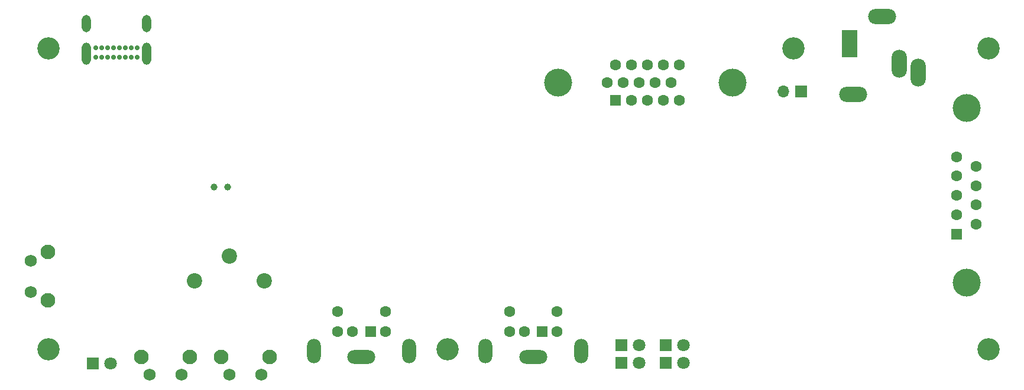
<source format=gbs>
G04 #@! TF.GenerationSoftware,KiCad,Pcbnew,9.0.2*
G04 #@! TF.CreationDate,2025-06-23T14:50:53+02:00*
G04 #@! TF.ProjectId,nTerm2-S FT231,6e546572-6d32-42d5-9320-46543233312e,0.10*
G04 #@! TF.SameCoordinates,Original*
G04 #@! TF.FileFunction,Soldermask,Bot*
G04 #@! TF.FilePolarity,Negative*
%FSLAX46Y46*%
G04 Gerber Fmt 4.6, Leading zero omitted, Abs format (unit mm)*
G04 Created by KiCad (PCBNEW 9.0.2) date 2025-06-23 14:50:53*
%MOMM*%
%LPD*%
G01*
G04 APERTURE LIST*
%ADD10C,3.200000*%
%ADD11C,1.750000*%
%ADD12C,2.100000*%
%ADD13R,1.700000X1.700000*%
%ADD14O,1.700000X1.700000*%
%ADD15R,1.600000X1.600000*%
%ADD16C,1.600000*%
%ADD17O,2.000000X3.500000*%
%ADD18O,4.000000X2.000000*%
%ADD19R,1.800000X1.800000*%
%ADD20C,1.800000*%
%ADD21C,0.700000*%
%ADD22O,1.300000X3.200000*%
%ADD23O,1.300000X2.500000*%
%ADD24C,2.200000*%
%ADD25C,4.000000*%
%ADD26O,2.200000X4.000000*%
%ADD27O,4.000000X2.200000*%
%ADD28R,2.200000X4.000000*%
%ADD29C,1.000000*%
G04 APERTURE END LIST*
D10*
X215076000Y-121498500D03*
X80456000Y-78318500D03*
D11*
X99506000Y-125172000D03*
X95006000Y-125172000D03*
D12*
X100756000Y-122682000D03*
X93746000Y-122682000D03*
D13*
X188295200Y-84582000D03*
D14*
X185755200Y-84582000D03*
D11*
X110936000Y-125172000D03*
X106436000Y-125172000D03*
D12*
X112186000Y-122682000D03*
X105176000Y-122682000D03*
D15*
X126616000Y-118958500D03*
D16*
X124016000Y-118958500D03*
X128716000Y-118958500D03*
X121916000Y-118958500D03*
X128716000Y-116158500D03*
X121916000Y-116158500D03*
D17*
X118466000Y-121808500D03*
D18*
X125316000Y-122608500D03*
D17*
X132166000Y-121808500D03*
D19*
X162498000Y-120988500D03*
D20*
X165038000Y-120988500D03*
D19*
X162498000Y-123528500D03*
D20*
X165038000Y-123528500D03*
D19*
X168848000Y-120988500D03*
D20*
X171388000Y-120988500D03*
D19*
X168848000Y-123528500D03*
D20*
X171388000Y-123528500D03*
D15*
X151217000Y-118958500D03*
D16*
X148617000Y-118958500D03*
X153317000Y-118958500D03*
X146517000Y-118958500D03*
X153317000Y-116158500D03*
X146517000Y-116158500D03*
D17*
X143067000Y-121808500D03*
D18*
X149917000Y-122608500D03*
D17*
X156767000Y-121808500D03*
D10*
X80456000Y-121498500D03*
X137606000Y-121498500D03*
D21*
X93176000Y-79588500D03*
X92326000Y-79588500D03*
X91476000Y-79588500D03*
X90626000Y-79588500D03*
X89776000Y-79588500D03*
X88926000Y-79588500D03*
X88076000Y-79588500D03*
X87226000Y-79588500D03*
X87226000Y-78238500D03*
X88076000Y-78238500D03*
X88926000Y-78238500D03*
X89776000Y-78238500D03*
X90626000Y-78238500D03*
X91476000Y-78238500D03*
X92326000Y-78238500D03*
X93176000Y-78238500D03*
D22*
X94521000Y-79088500D03*
D23*
X94516000Y-74783500D03*
D22*
X85881000Y-79088500D03*
D23*
X85881000Y-74788500D03*
D11*
X77916000Y-113298500D03*
X77916000Y-108798500D03*
D12*
X80406000Y-114548500D03*
X80406000Y-107538500D03*
D24*
X111379000Y-111760000D03*
X106379000Y-108160000D03*
X101379000Y-111760000D03*
D19*
X86824750Y-123598500D03*
D20*
X89364750Y-123598500D03*
D25*
X211940000Y-111948500D03*
X211940000Y-86948500D03*
D15*
X210520000Y-104988500D03*
D16*
X210520000Y-102218500D03*
X210520000Y-99448500D03*
X210520000Y-96678500D03*
X210520000Y-93908500D03*
X213360000Y-103603500D03*
X213360000Y-100833500D03*
X213360000Y-98063500D03*
X213360000Y-95293500D03*
D10*
X215076000Y-78318500D03*
D25*
X178478000Y-83312000D03*
X153478000Y-83312000D03*
D15*
X161663000Y-85852000D03*
D16*
X163953000Y-85852000D03*
X166243000Y-85852000D03*
X168533000Y-85852000D03*
X170823000Y-85852000D03*
X160518000Y-83312000D03*
X162808000Y-83312000D03*
X165098000Y-83312000D03*
X167388000Y-83312000D03*
X169678000Y-83312000D03*
X161663000Y-80772000D03*
X163953000Y-80772000D03*
X166243000Y-80772000D03*
X168533000Y-80772000D03*
X170823000Y-80772000D03*
D26*
X205036000Y-81793000D03*
X202336000Y-80593000D03*
D27*
X199836000Y-73793000D03*
D28*
X195236000Y-77693000D03*
D27*
X195736000Y-84993000D03*
D29*
X106106000Y-98298000D03*
X104206000Y-98298000D03*
D10*
X187136000Y-78318500D03*
M02*

</source>
